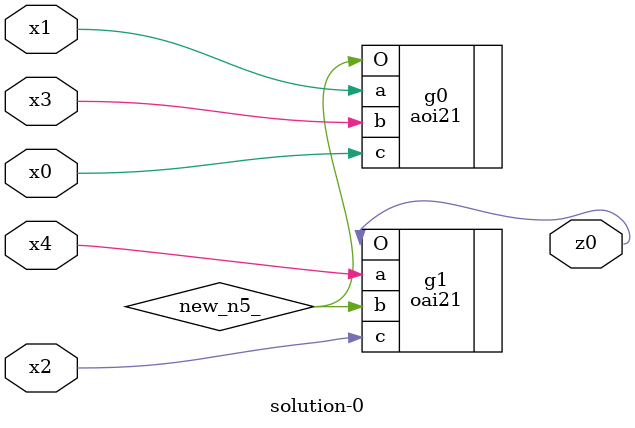
<source format=v>
module \solution-0 (
  x0, x1, x2, x3, x4,
  z0 );
  input x0, x1, x2, x3, x4;
  output z0;
  wire new_n5_;
  aoi21  g0(.a(x1), .b(x3), .c(x0), .O(new_n5_));
  oai21  g1(.a(x4), .b(new_n5_), .c(x2), .O(z0));
endmodule

</source>
